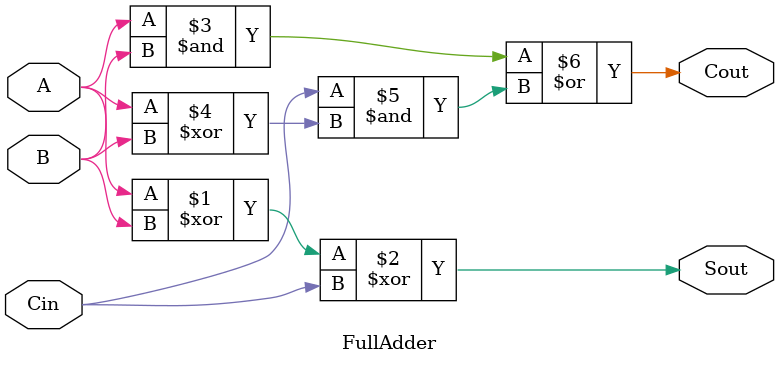
<source format=sv>

module FullAdder(
     input  logic A, B, Cin,
     output logic Sout, Cout
   );
    
assign Sout  = A ^ B ^ Cin;
assign Cout = (A & B)|(Cin & (A^B));
    
endmodule

</source>
